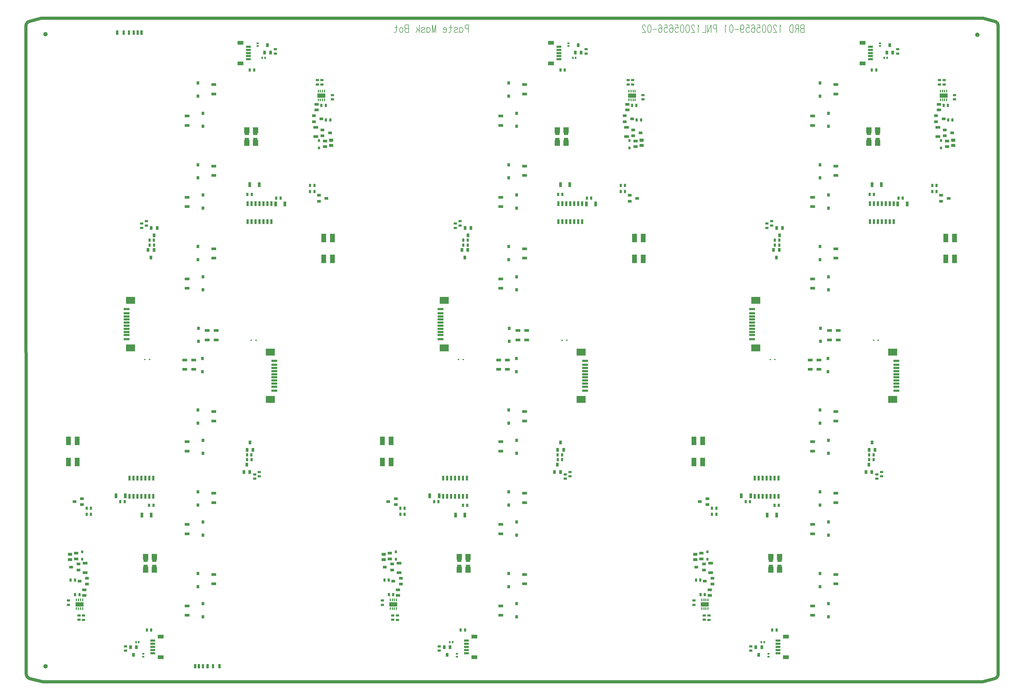
<source format=gbr>
*
G04 Job   : N:\Projects\COMUN\PSA\P07520_P2_Faceplate\C4_Capacitive_short\12005659-03\panel_12005656\12005656.pnl*
G04 User  : ESSECAE006:bolet001*
G04 Layer : 12005656-02-g12.gbr*
G04 Date  : Mon Mar 23 11:52:01 2020*
G04 equiv. Boardstation g12*
G04 Expedition Layer: Solder Paste - Bottom*
%ICAS*%
%MOIN*%
%FSDAX24Y24*%
%OFA0.0000B0.0000*%
G90*
G74*
%AMVB_RECTANGLE*
21,1,$1,$2,0,0,$3*
%
%ADD11C,0.00591*%
%ADD10C,0.03937*%
%ADD28VB_RECTANGLE,0.01969X0.01575X180.00000*%
%ADD22VB_RECTANGLE,0.02362X0.03150X180.00000*%
%ADD19VB_RECTANGLE,0.02362X0.06102X270.00000*%
%ADD15VB_RECTANGLE,0.02756X0.01969X180.00000*%
%ADD14VB_RECTANGLE,0.02756X0.01969X270.00000*%
%ADD25VB_RECTANGLE,0.03150X0.01575X90.00000*%
%ADD12VB_RECTANGLE,0.03150X0.03937X180.00000*%
%ADD18VB_RECTANGLE,0.03937X0.02756X180.00000*%
%ADD16VB_RECTANGLE,0.03937X0.02756X270.00000*%
%ADD21VB_RECTANGLE,0.04724X0.03150X0.00000*%
%ADD17VB_RECTANGLE,0.04724X0.03150X90.00000*%
%ADD20VB_RECTANGLE,0.05118X0.03150X0.00000*%
%ADD13VB_RECTANGLE,0.05906X0.03150X180.00000*%
%ADD27VB_RECTANGLE,0.05906X0.03150X90.00000*%
%ADD23VB_RECTANGLE,0.06299X0.02362X90.00000*%
%ADD70VB_RECTANGLE,0.07087X0.04724X180.00000*%
%ADD24VB_RECTANGLE,0.07087X0.06693X270.00000*%
%ADD29VB_RECTANGLE,0.07480X0.02362X0.00000*%
%ADD26VB_RECTANGLE,0.09843X0.05118X0.00000*%
%ADD71VB_RECTANGLE,0.10630X0.06299X90.00000*%
%ADD72VB_RECTANGLE,0.11024X0.08661X0.00000*%
G01*
G36*
X-110218Y079424D02*
G03X-110179Y079422I000039J000283D01*
X-109893Y079707J000285*
X-109896Y079746I000286*
G01X-110139*
Y079990*
G03X-110179Y079992I000040J000283*
X-110464Y079707J000285*
X-110462Y079668I000285*
G01X-110218*
Y079424*
Y079990D02*
Y079746D01*
X-110462*
G03X-110464Y079707I000283J000039*
X-110179Y079422I000285*
X-110139Y079424J000285*
G01Y079668*
X-109896*
G03X-109893Y079707I000283J000039*
X-110179Y079992I000286*
X-110218Y079990J000285*
G01X-110211Y-000339D02*
G03X-110172Y-000341I000039J000283D01*
X-109886Y-000056J000285*
X-109889Y-000017I000286*
G01X-110132*
Y000227*
G03X-110172Y000229I000040J000283*
X-110457Y-000056J000285*
X-110454Y-000095I000285*
G01X-110211*
Y-000339*
Y000227D02*
Y-000017D01*
X-110454*
G03X-110457Y-000056I000282J000039*
X-110172Y-000341I000285*
X-110132Y-000339J000285*
G01Y-000095*
X-109889*
G03X-109886Y-000056I000283J000039*
X-110172Y000229I000286*
X-110211Y000227J000285*
G01X-101269Y079626D02*
X-100993D01*
Y080177*
X-101269*
Y079626*
X-100442D02*
X-100167D01*
Y080177*
X-100442*
Y079626*
X-099773D02*
X-099497D01*
Y080177*
X-099773*
Y079626*
X-099182D02*
X-098907D01*
Y080177*
X-099182*
Y079626*
X-098671D02*
X-098395D01*
Y080177*
X-098671*
Y079626*
X-098198D02*
X-097923D01*
Y080177*
X-098198*
Y079626*
X-091435Y-000324D02*
X-091160D01*
Y000228*
X-091435*
Y-000324*
X-090963D02*
X-090687D01*
Y000228*
X-090963*
Y-000324*
X-090451D02*
X-090175D01*
Y000228*
X-090451*
Y-000324*
X-089861D02*
X-089585D01*
Y000228*
X-089861*
Y-000324*
X-089191D02*
X-088916D01*
Y000228*
X-089191*
Y-000324*
X-088364D02*
X-088089D01*
Y000228*
X-088364*
Y-000324*
X007331Y079353D02*
G03X007370Y079350I000039J000282D01*
X007656Y079635J000285*
X007653Y079675I000286*
G01X007410*
Y079918*
G03X007370Y079921I000040J000283*
X007085Y079635J000286*
X007088Y079596I000285*
G01X007331*
Y079353*
Y079918D02*
Y079675D01*
X007088*
G03X007085Y079635I000282J000040*
X007370Y079350I000285*
X007410Y079353J000285*
G01Y079596*
X007653*
G03X007656Y079635I000283J000039*
X007370Y079921I000286*
X007331Y079918J000286*
G37*
G54D10*
G01X009563Y-001602D02*
X008151Y-001987D01*
G02X007995Y-002008I000156J000570*
G01X-110504*
G02X-110658Y-001987J000591*
G01X-112161Y-001602*
G02X-112598Y-001032I000154J000570*
G01Y-001031*
X-112638Y080764*
G02X-112197Y081335I000591J000001*
G01X-110697Y081713*
G02X-110546Y081732I000151J000571*
X-110543J000590*
G01X007953*
G02X008102Y081713I000002J000590*
G01X009563Y081339*
G02X010000Y080768I000154J000571*
G01Y-001031*
Y-001032*
G02X009563Y-001602I000591*
G54D11*
G01X-065924Y080891D02*
Y080100D01*
X-065986Y079966*
X-066101Y079921*
X-066206*
X-065767Y080563D02*
X-066153D01*
X-065245D02*
X-065172Y080518D01*
X-065110Y080428*
X-065078Y080294*
Y080190*
X-065110Y080055*
X-065172Y079966*
X-065245Y079921*
X-065350*
X-065412Y079966*
X-065485Y080055*
X-065517Y080190*
Y080294*
X-065485Y080428*
X-065412Y080518*
X-065350Y080563*
X-065245*
X-064389Y080428D02*
X-064671D01*
X-064765Y080384*
X-064796Y080339*
X-064828Y080249*
Y080100*
X-064796Y080011*
X-064765Y079966*
X-064671Y079921*
X-064389*
Y080905*
X-064671*
X-064765Y080846*
X-064796Y080801*
X-064828Y080712*
Y080622*
X-064796Y080533*
X-064765Y080473*
X-064671Y080428*
X-063408Y080563D02*
X-063011Y080100D01*
X-063168Y080294D02*
X-063450Y079921D01*
X-063011Y080891D02*
Y079921D01*
X-062761Y080428D02*
X-062719Y080518D01*
X-062604Y080563*
X-062479*
X-062354Y080518*
X-062322Y080428*
X-062354Y080339*
X-062437Y080294*
X-062636Y080249*
X-062719Y080190*
X-062761Y080100*
Y080055*
X-062719Y079966*
X-062604Y079921*
X-062479*
X-062354Y079966*
X-062322Y080055*
X-062072Y080428D02*
X-061999Y080518D01*
X-061926Y080563*
X-061811*
X-061738Y080518*
X-061665Y080428*
X-061633Y080294*
Y080190*
X-061665Y080055*
X-061738Y079966*
X-061811Y079921*
X-061926*
X-061999Y079966*
X-062072Y080055*
Y080563D02*
Y079921D01*
X-060944D02*
Y080905D01*
X-061164Y079921*
X-061383Y080905*
Y079921*
X-059567Y080294D02*
X-060005D01*
Y080384*
X-059974Y080473*
X-059932Y080518*
X-059859Y080563*
X-059744*
X-059671Y080518*
X-059598Y080428*
X-059567Y080294*
Y080190*
X-059598Y080055*
X-059671Y079966*
X-059744Y079921*
X-059859*
X-059932Y079966*
X-060005Y080055*
X-059034Y080891D02*
Y080100D01*
X-059097Y079966*
X-059212Y079921*
X-059316*
X-058878Y080563D02*
X-059264D01*
X-058627Y080428D02*
X-058585Y080518D01*
X-058470Y080563*
X-058345*
X-058220Y080518*
X-058189Y080428*
X-058220Y080339*
X-058303Y080294*
X-058502Y080249*
X-058585Y080190*
X-058627Y080100*
Y080055*
X-058585Y079966*
X-058470Y079921*
X-058345*
X-058220Y079966*
X-058189Y080055*
X-057938Y080428D02*
X-057865Y080518D01*
X-057792Y080563*
X-057677*
X-057604Y080518*
X-057531Y080428*
X-057500Y080294*
Y080190*
X-057531Y080055*
X-057604Y079966*
X-057677Y079921*
X-057792*
X-057865Y079966*
X-057938Y080055*
Y080563D02*
Y079921D01*
X-056811D02*
Y080905D01*
X-057093*
X-057186Y080846*
X-057218Y080801*
X-057249Y080712*
Y080577*
X-057218Y080473*
X-057186Y080428*
X-057093Y080384*
X-056811*
X-034502Y080667D02*
Y080712D01*
X-034533Y080801*
X-034564Y080846*
X-034627Y080905*
X-034752*
X-034815Y080846*
X-034846Y080801*
X-034878Y080712*
Y080622*
X-034846Y080533*
X-034784Y080384*
X-034471Y079921*
X-034909*
X-033969Y080891D02*
X-033876Y080846D01*
X-033813Y080712*
X-033782Y080473*
Y080339*
X-033813Y080100*
X-033876Y079966*
X-033969Y079921*
X-034032*
X-034126Y079966*
X-034189Y080100*
X-034220Y080339*
Y080473*
X-034189Y080712*
X-034126Y080846*
X-034032Y080891*
X-033969*
X-033093Y080339D02*
X-033531D01*
X-032811Y080756D02*
X-032779Y080846D01*
X-032675Y080891*
X-032602*
X-032498Y080846*
X-032435Y080712*
X-032404Y080473*
Y080249*
X-032435Y080055*
X-032498Y079966*
X-032602Y079921*
X-032633*
X-032738Y079966*
X-032811Y080055*
X-032842Y080190*
Y080249*
X-032811Y080384*
X-032738Y080473*
X-032633Y080518*
X-032602*
X-032498Y080473*
X-032435Y080384*
X-032404Y080249*
X-032090Y080891D02*
X-031777D01*
X-031746Y080473*
X-031777Y080518*
X-031871Y080563*
X-031965*
X-032059Y080518*
X-032122Y080428*
X-032153Y080294*
Y080190*
X-032122Y080055*
X-032059Y079966*
X-031965Y079921*
X-031871*
X-031777Y079966*
X-031746Y080011*
X-031715Y080100*
X-031433Y080756D02*
X-031402Y080846D01*
X-031297Y080891*
X-031224*
X-031120Y080846*
X-031057Y080712*
X-031026Y080473*
Y080249*
X-031057Y080055*
X-031120Y079966*
X-031224Y079921*
X-031255*
X-031360Y079966*
X-031433Y080055*
X-031464Y080190*
Y080249*
X-031433Y080384*
X-031360Y080473*
X-031255Y080518*
X-031224*
X-031120Y080473*
X-031057Y080384*
X-031026Y080249*
X-030713Y080891D02*
X-030399D01*
X-030368Y080473*
X-030399Y080518*
X-030493Y080563*
X-030587*
X-030681Y080518*
X-030744Y080428*
X-030775Y080294*
Y080190*
X-030744Y080055*
X-030681Y079966*
X-030587Y079921*
X-030493*
X-030399Y079966*
X-030368Y080011*
X-030337Y080100*
X-029836Y080891D02*
X-029742Y080846D01*
X-029679Y080712*
X-029648Y080473*
Y080339*
X-029679Y080100*
X-029742Y079966*
X-029836Y079921*
X-029898*
X-029992Y079966*
X-030055Y080100*
X-030086Y080339*
Y080473*
X-030055Y080712*
X-029992Y080846*
X-029898Y080891*
X-029836*
X-029147D02*
X-029053Y080846D01*
X-028990Y080712*
X-028959Y080473*
Y080339*
X-028990Y080100*
X-029053Y079966*
X-029147Y079921*
X-029209*
X-029303Y079966*
X-029366Y080100*
X-029397Y080339*
Y080473*
X-029366Y080712*
X-029303Y080846*
X-029209Y080891*
X-029147*
X-028301Y080667D02*
Y080712D01*
X-028333Y080801*
X-028364Y080846*
X-028426Y080905*
X-028552*
X-028614Y080846*
X-028646Y080801*
X-028677Y080712*
Y080622*
X-028646Y080533*
X-028583Y080384*
X-028270Y079921*
X-028708*
X-027748Y080712D02*
X-027790Y080756D01*
X-027842Y080891*
Y079921*
X-026892Y080905D02*
Y079921D01*
X-027330*
X-026203D02*
Y080905D01*
X-026641Y079921*
Y080905*
X-025514Y079921D02*
Y080905D01*
X-025796*
X-025890Y080846*
X-025921Y080801*
X-025952Y080712*
Y080577*
X-025921Y080473*
X-025890Y080428*
X-025796Y080384*
X-025514*
X-024303Y080712D02*
X-024345Y080756D01*
X-024397Y080891*
Y079921*
X-023635Y080891D02*
X-023541Y080846D01*
X-023478Y080712*
X-023447Y080473*
Y080339*
X-023478Y080100*
X-023541Y079966*
X-023635Y079921*
X-023698*
X-023792Y079966*
X-023854Y080100*
X-023886Y080339*
Y080473*
X-023854Y080712*
X-023792Y080846*
X-023698Y080891*
X-023635*
X-022758Y080339D02*
X-023197D01*
X-022508Y080577D02*
X-022476Y080428D01*
X-022414Y080339*
X-022299Y080294*
X-022268*
X-022163Y080339*
X-022101Y080428*
X-022069Y080577*
Y080622*
X-022101Y080756*
X-022163Y080846*
X-022268Y080891*
X-022299*
X-022414Y080846*
X-022476Y080756*
X-022508Y080577*
Y080339*
X-022476Y080100*
X-022414Y079966*
X-022299Y079921*
X-022236*
X-022132Y079966*
X-022101Y080055*
X-021756Y080891D02*
X-021443D01*
X-021412Y080473*
X-021443Y080518*
X-021537Y080563*
X-021631*
X-021725Y080518*
X-021787Y080428*
X-021819Y080294*
Y080190*
X-021787Y080055*
X-021725Y079966*
X-021631Y079921*
X-021537*
X-021443Y079966*
X-021412Y080011*
X-021380Y080100*
X-021098Y080756D02*
X-021067Y080846D01*
X-020963Y080891*
X-020890*
X-020785Y080846*
X-020723Y080712*
X-020691Y080473*
Y080249*
X-020723Y080055*
X-020785Y079966*
X-020890Y079921*
X-020921*
X-021025Y079966*
X-021098Y080055*
X-021130Y080190*
Y080249*
X-021098Y080384*
X-021025Y080473*
X-020921Y080518*
X-020890*
X-020785Y080473*
X-020723Y080384*
X-020691Y080249*
X-020378Y080891D02*
X-020065D01*
X-020034Y080473*
X-020065Y080518*
X-020159Y080563*
X-020253*
X-020347Y080518*
X-020409Y080428*
X-020441Y080294*
Y080190*
X-020409Y080055*
X-020347Y079966*
X-020253Y079921*
X-020159*
X-020065Y079966*
X-020034Y080011*
X-020002Y080100*
X-019501Y080891D02*
X-019407Y080846D01*
X-019345Y080712*
X-019313Y080473*
Y080339*
X-019345Y080100*
X-019407Y079966*
X-019501Y079921*
X-019564*
X-019658Y079966*
X-019720Y080100*
X-019752Y080339*
Y080473*
X-019720Y080712*
X-019658Y080846*
X-019564Y080891*
X-019501*
X-018812D02*
X-018718Y080846D01*
X-018656Y080712*
X-018624Y080473*
Y080339*
X-018656Y080100*
X-018718Y079966*
X-018812Y079921*
X-018875*
X-018969Y079966*
X-019032Y080100*
X-019063Y080339*
Y080473*
X-019032Y080712*
X-018969Y080846*
X-018875Y080891*
X-018812*
X-017967Y080667D02*
Y080712D01*
X-017998Y080801*
X-018029Y080846*
X-018092Y080905*
X-018217*
X-018280Y080846*
X-018311Y080801*
X-018343Y080712*
Y080622*
X-018311Y080533*
X-018249Y080384*
X-017935Y079921*
X-018374*
X-017414Y080712D02*
X-017455Y080756D01*
X-017507Y080891*
Y079921*
X-015869Y080905D02*
X-016088D01*
X-016182Y080846*
X-016244Y080756*
X-016276Y080667*
X-016307Y080533*
Y080294*
X-016276Y080160*
X-016244Y080055*
X-016182Y079966*
X-016088Y079921*
X-015869*
Y080905*
X-015399Y080428D02*
X-015618Y079921D01*
X-015180D02*
Y080905D01*
X-015461*
X-015555Y080846*
X-015587Y080801*
X-015618Y080712*
Y080622*
X-015587Y080533*
X-015555Y080473*
X-015461Y080428*
X-015180*
X-014491D02*
X-014772D01*
X-014866Y080384*
X-014898Y080339*
X-014929Y080249*
Y080100*
X-014898Y080011*
X-014866Y079966*
X-014772Y079921*
X-014491*
Y080905*
X-014772*
X-014866Y080846*
X-014898Y080801*
X-014929Y080712*
Y080622*
X-014898Y080533*
X-014866Y080473*
X-014772Y080428*
G54D12*
X-090938Y020307D03*
Y030630D03*
Y051260D03*
Y061575D03*
Y071890D03*
Y010000D03*
Y021961D03*
Y032283D03*
Y052913D03*
Y063228D03*
Y073543D03*
Y011653D03*
X-090879Y040945D03*
Y042598D03*
X-090366Y037135D03*
Y038788D03*
X-090307Y068080D03*
Y006190D03*
Y016505D03*
Y026820D03*
Y047450D03*
Y057772D03*
Y069733D03*
Y007843D03*
Y018158D03*
Y028473D03*
Y049103D03*
Y059426D03*
X-051752Y020307D03*
Y030630D03*
Y051260D03*
Y061575D03*
Y071890D03*
Y010000D03*
Y021961D03*
Y032283D03*
Y052913D03*
Y063228D03*
Y073543D03*
Y011653D03*
X-051693Y040945D03*
Y042598D03*
X-050787Y037135D03*
Y038788D03*
X-050728Y068080D03*
Y006190D03*
Y016505D03*
Y026820D03*
Y047450D03*
Y057772D03*
Y069733D03*
Y007843D03*
Y018158D03*
Y028473D03*
Y049103D03*
Y059426D03*
X-012461Y020307D03*
Y030630D03*
Y051260D03*
Y061575D03*
Y071890D03*
Y010000D03*
Y021961D03*
Y032283D03*
Y052913D03*
Y063228D03*
Y073543D03*
Y011653D03*
X-012402Y040945D03*
Y042598D03*
X-011484Y037135D03*
Y038788D03*
X-011425Y068080D03*
Y006190D03*
Y016505D03*
Y026820D03*
Y047450D03*
Y057772D03*
Y069733D03*
Y007843D03*
Y018158D03*
Y028473D03*
Y049103D03*
Y059426D03*
G54D13*
X-105169Y011764D03*
Y012946D03*
X-092598Y037418D03*
Y038599D03*
X-092307Y006387D03*
Y007568D03*
Y016662D03*
Y017843D03*
Y027103D03*
Y028284D03*
Y047646D03*
Y048827D03*
Y057957D03*
Y059139D03*
Y068205D03*
Y069387D03*
X-091480Y037418D03*
Y038599D03*
X-089764Y041134D03*
Y042315D03*
X-088938Y010346D03*
Y011528D03*
Y020594D03*
Y021776D03*
Y030906D03*
Y032087D03*
Y051449D03*
Y052630D03*
Y061890D03*
Y063071D03*
Y072165D03*
Y073346D03*
X-088646Y041134D03*
Y042315D03*
X-076075Y066787D03*
Y067969D03*
X-065591Y011764D03*
Y012946D03*
X-053020Y037418D03*
Y038599D03*
X-052728Y006387D03*
Y007568D03*
Y016662D03*
Y017843D03*
Y027103D03*
Y028284D03*
Y047646D03*
Y048827D03*
Y057957D03*
Y059139D03*
Y068205D03*
Y069387D03*
X-051902Y037418D03*
Y038599D03*
X-050579Y041134D03*
Y042315D03*
X-049752Y010346D03*
Y011528D03*
Y020594D03*
Y021776D03*
Y030906D03*
Y032087D03*
Y051449D03*
Y052630D03*
Y061890D03*
Y063071D03*
Y072165D03*
Y073346D03*
X-049461Y041134D03*
Y042315D03*
X-036890Y066787D03*
Y067969D03*
X-026287Y011764D03*
Y012946D03*
X-013716Y037418D03*
Y038599D03*
X-013425Y006387D03*
Y007568D03*
Y016662D03*
Y017843D03*
Y027103D03*
Y028284D03*
Y047646D03*
Y048827D03*
Y057957D03*
Y059139D03*
Y068205D03*
Y069387D03*
X-012598Y037418D03*
Y038599D03*
X-011287Y041134D03*
Y042315D03*
X-010461Y010346D03*
Y011528D03*
Y020594D03*
Y021776D03*
Y030906D03*
Y032087D03*
Y051449D03*
Y052630D03*
Y061890D03*
Y063071D03*
Y072165D03*
Y073346D03*
X-010169Y041134D03*
Y042315D03*
X002402Y066787D03*
Y067969D03*
G54D14*
X-098760Y002993D03*
X-098405D03*
X-082839Y076740D03*
X-082485D03*
X-059181Y002993D03*
X-058827D03*
X-043654Y076740D03*
X-043300D03*
X-019877Y002993D03*
X-019523D03*
X-004362Y076740D03*
X-004008D03*
G54D15*
X-097843Y001162D03*
Y001516D03*
X-083401Y078217D03*
Y078571D03*
X-058265Y001162D03*
Y001516D03*
X-044216Y078217D03*
Y078571D03*
X-018961Y001162D03*
Y001516D03*
X-004924Y078217D03*
Y078571D03*
G54D16*
X-107000Y010835D03*
X-106449D03*
X-106429Y009005D03*
X-105878D03*
X-104992Y019115D03*
Y019887D03*
X-104441Y019115D03*
Y019887D03*
X-100728Y020717D03*
X-100177D03*
X-097388Y004527D03*
X-097098Y020254D03*
X-097051Y053713D03*
X-097043Y053107D03*
X-096837Y004527D03*
X-096547Y020254D03*
X-096500Y053713D03*
X-096492Y053107D03*
X-084753Y026626D03*
X-084745Y026020D03*
X-084697Y059479D03*
X-084408Y075206D03*
X-084201Y026626D03*
X-084193Y026020D03*
X-084146Y059479D03*
X-083857Y075206D03*
X-081068Y059016D03*
X-080516D03*
X-076804Y059846D03*
Y060618D03*
X-076253Y059846D03*
Y060618D03*
X-075367Y070728D03*
X-074816D03*
X-074796Y068898D03*
X-074245D03*
X-067421Y010835D03*
X-066870D03*
X-066850Y009005D03*
X-066299D03*
X-065413Y019115D03*
Y019887D03*
X-064862Y019115D03*
Y019887D03*
X-061150Y020717D03*
X-060598D03*
X-057809Y004527D03*
X-057520Y020254D03*
X-057472Y053713D03*
X-057465Y053107D03*
X-057258Y004527D03*
X-056969Y020254D03*
X-056921Y053713D03*
X-056913Y053107D03*
X-045567Y026626D03*
X-045559Y026020D03*
X-045512Y059479D03*
X-045223Y075206D03*
X-045016Y026626D03*
X-045008Y026020D03*
X-044961Y059479D03*
X-044671Y075206D03*
X-041882Y059016D03*
X-041331D03*
X-037618Y059846D03*
Y060618D03*
X-037067Y059846D03*
Y060618D03*
X-036181Y070728D03*
X-035630D03*
X-035610Y068898D03*
X-035059D03*
X-028118Y010835D03*
X-027567D03*
X-027547Y009005D03*
X-026996D03*
X-026110Y019115D03*
Y019887D03*
X-025559Y019115D03*
Y019887D03*
X-021846Y020717D03*
X-021295D03*
X-018506Y004527D03*
X-018216Y020254D03*
X-018169Y053713D03*
X-018161Y053107D03*
X-017954Y004527D03*
X-017665Y020254D03*
X-017618Y053713D03*
X-017610Y053107D03*
X-006276Y026626D03*
X-006268Y026020D03*
X-006220Y059479D03*
X-005931Y075206D03*
X-005724Y026626D03*
X-005717Y026020D03*
X-005669Y059479D03*
X-005380Y075206D03*
X-002591Y059016D03*
X-002039D03*
X001673Y059846D03*
Y060618D03*
X002224Y059846D03*
Y060618D03*
X003110Y070728D03*
X003661D03*
X003681Y068898D03*
X004232D03*
G54D17*
X-099457Y002347D03*
X-099083Y001402D03*
X-098709Y002347D03*
X-097236Y052477D03*
X-096862Y051532D03*
X-096839Y055272D03*
X-096488Y052477D03*
X-096465Y054327D03*
X-096091Y055272D03*
X-085154Y024461D03*
X-084780Y025406D03*
X-084756Y027256D03*
X-084406Y024461D03*
X-084382Y028201D03*
X-084008Y027256D03*
X-082536Y077386D03*
X-082162Y078331D03*
X-081788Y077386D03*
X-059878Y002347D03*
X-059504Y001402D03*
X-059130Y002347D03*
X-057657Y052477D03*
X-057283Y051532D03*
X-057260Y055272D03*
X-056909Y052477D03*
X-056886Y054327D03*
X-056512Y055272D03*
X-045969Y024461D03*
X-045595Y025406D03*
X-045571Y027256D03*
X-045221Y024461D03*
X-045197Y028201D03*
X-044823Y027256D03*
X-043351Y077386D03*
X-042977Y078331D03*
X-042603Y077386D03*
X-020574Y002347D03*
X-020200Y001402D03*
X-019826Y002347D03*
X-018354Y052477D03*
X-017980Y051532D03*
X-017956Y055272D03*
X-017606Y052477D03*
X-017582Y054327D03*
X-017208Y055272D03*
X-006677Y024461D03*
X-006303Y025406D03*
X-006280Y027256D03*
X-005929Y024461D03*
X-005906Y028201D03*
X-005531Y027256D03*
X-004059Y077386D03*
X-003685Y078331D03*
X-003311Y077386D03*
G54D18*
X-107264Y007698D03*
Y008249D03*
X-107087Y013459D03*
Y014011D03*
X-105945Y005811D03*
Y006362D03*
X-105366Y005808D03*
Y006359D03*
X-100077Y001915D03*
Y002466D03*
X-098043Y055264D03*
Y055816D03*
X-097453Y055560D03*
Y056111D03*
X-083792Y023622D03*
Y024173D03*
X-083201Y023917D03*
Y024469D03*
X-081168Y077267D03*
Y077818D03*
X-075879Y073374D03*
Y073925D03*
X-075300Y073371D03*
Y073922D03*
X-074158Y065722D03*
Y066274D03*
X-073981Y071484D03*
Y072035D03*
X-067685Y007698D03*
Y008249D03*
X-067508Y013459D03*
Y014011D03*
X-066366Y005811D03*
Y006362D03*
X-065787Y005808D03*
Y006359D03*
X-060498Y001915D03*
Y002466D03*
X-058465Y055264D03*
Y055816D03*
X-057874Y055560D03*
Y056111D03*
X-044607Y023622D03*
Y024173D03*
X-044016Y023917D03*
Y024469D03*
X-041982Y077267D03*
Y077818D03*
X-036693Y073374D03*
Y073925D03*
X-036114Y073371D03*
Y073922D03*
X-034973Y065722D03*
Y066274D03*
X-034796Y071484D03*
Y072035D03*
X-028381Y007698D03*
Y008249D03*
X-028204Y013459D03*
Y014011D03*
X-027063Y005811D03*
Y006362D03*
X-026484Y005808D03*
Y006359D03*
X-021195Y001915D03*
Y002466D03*
X-019161Y055264D03*
Y055816D03*
X-018570Y055560D03*
Y056111D03*
X-005315Y023622D03*
Y024173D03*
X-004724Y023917D03*
Y024469D03*
X-002691Y077267D03*
Y077818D03*
X002598Y073374D03*
Y073925D03*
X003177Y073371D03*
Y073922D03*
X004319Y065722D03*
Y066274D03*
X004496Y071484D03*
Y072035D03*
G54D19*
X-096653Y001608D03*
Y002002D03*
Y002395D03*
Y002789D03*
Y003183D03*
X-084592Y076550D03*
Y076944D03*
Y077338D03*
Y077731D03*
Y078125D03*
X-057074Y001608D03*
Y002002D03*
Y002395D03*
Y002789D03*
Y003183D03*
X-045407Y076550D03*
Y076944D03*
Y077338D03*
Y077731D03*
Y078125D03*
X-017770Y001608D03*
Y002002D03*
Y002395D03*
Y002789D03*
Y003183D03*
X-006115Y076550D03*
Y076944D03*
Y077338D03*
Y077731D03*
Y078125D03*
G54D20*
X-107087Y013381D03*
Y014089D03*
X-106323Y013501D03*
Y014209D03*
X-105276Y008879D03*
Y009587D03*
X-097547Y012576D03*
Y013284D03*
X-096457Y012576D03*
Y013284D03*
X-084788Y066449D03*
Y067157D03*
X-083697Y066449D03*
Y067157D03*
X-075969Y070146D03*
Y070854D03*
X-074922Y065524D03*
Y066232D03*
X-074158Y065644D03*
Y066352D03*
X-067508Y013381D03*
Y014089D03*
X-066744Y013501D03*
Y014209D03*
X-065697Y008879D03*
Y009587D03*
X-057969Y012576D03*
Y013284D03*
X-056878Y012576D03*
Y013284D03*
X-045603Y066449D03*
Y067157D03*
X-044512Y066449D03*
Y067157D03*
X-036784Y070146D03*
Y070854D03*
X-035736Y065524D03*
Y066232D03*
X-034973Y065644D03*
Y066352D03*
X-028204Y013381D03*
Y014089D03*
X-027441Y013501D03*
Y014209D03*
X-026393Y008879D03*
Y009587D03*
X-018665Y012576D03*
Y013284D03*
X-017574Y012576D03*
Y013284D03*
X-006311Y066449D03*
Y067157D03*
X-005220Y066449D03*
Y067157D03*
X002508Y070146D03*
Y070854D03*
X003555Y065524D03*
Y066232D03*
X004319Y065644D03*
Y066352D03*
G54D21*
X-106953Y012469D03*
X-106516Y020725D03*
X-106008Y012095D03*
Y012843D03*
X-105878Y010698D03*
X-105571Y020351D03*
Y021099D03*
X-104933Y010324D03*
Y011072D03*
X-076312Y068661D03*
Y069409D03*
X-075674Y058634D03*
Y059382D03*
X-075367Y069035D03*
X-075237Y066890D03*
Y067638D03*
X-074729Y059008D03*
X-074292Y067264D03*
X-067374Y012469D03*
X-066937Y020725D03*
X-066429Y012095D03*
Y012843D03*
X-066299Y010698D03*
X-065992Y020351D03*
Y021099D03*
X-065354Y010324D03*
Y011072D03*
X-037126Y068661D03*
Y069409D03*
X-036488Y058634D03*
Y059382D03*
X-036181Y069035D03*
X-036051Y066890D03*
Y067638D03*
X-035544Y059008D03*
X-035107Y067264D03*
X-028070Y012469D03*
X-027633Y020725D03*
X-027126Y012095D03*
Y012843D03*
X-026996Y010698D03*
X-026689Y020351D03*
Y021099D03*
X-026051Y010324D03*
Y011072D03*
X002165Y068661D03*
Y069409D03*
X002803Y058634D03*
Y059382D03*
X003110Y069035D03*
X003240Y066890D03*
Y067638D03*
X003748Y059008D03*
X004185Y067264D03*
G54D22*
X-105559Y013447D03*
Y014381D03*
X-075686Y065352D03*
Y066286D03*
X-065980Y013447D03*
Y014381D03*
X-036500Y065352D03*
Y066286D03*
X-026677Y013447D03*
Y014381D03*
X002791Y065352D03*
Y066286D03*
G54D23*
X-099583Y021406D03*
Y023690D03*
X-099083Y021406D03*
Y023690D03*
X-098583Y021406D03*
Y023690D03*
X-098083Y021406D03*
Y023690D03*
X-097583Y021406D03*
Y023690D03*
X-097083Y021406D03*
Y023690D03*
X-096583Y021406D03*
Y023690D03*
X-084662Y056043D03*
Y058327D03*
X-084162Y056043D03*
Y058327D03*
X-083662Y056043D03*
Y058327D03*
X-083162Y056043D03*
Y058327D03*
X-082662Y056043D03*
Y058327D03*
X-082162Y056043D03*
Y058327D03*
X-081662Y056043D03*
Y058327D03*
X-060004Y021406D03*
Y023690D03*
X-059504Y021406D03*
Y023690D03*
X-059004Y021406D03*
Y023690D03*
X-058504Y021406D03*
Y023690D03*
X-058004Y021406D03*
Y023690D03*
X-057504Y021406D03*
Y023690D03*
X-057004Y021406D03*
Y023690D03*
X-045477Y056043D03*
Y058327D03*
X-044977Y056043D03*
Y058327D03*
X-044477Y056043D03*
Y058327D03*
X-043977Y056043D03*
Y058327D03*
X-043477Y056043D03*
Y058327D03*
X-042977Y056043D03*
Y058327D03*
X-042477Y056043D03*
Y058327D03*
X-020700Y021406D03*
Y023690D03*
X-020200Y021406D03*
Y023690D03*
X-019700Y021406D03*
Y023690D03*
X-019200Y021406D03*
Y023690D03*
X-018700Y021406D03*
Y023690D03*
X-018200Y021406D03*
Y023690D03*
X-017700Y021406D03*
Y023690D03*
X-006185Y056043D03*
Y058327D03*
X-005685Y056043D03*
Y058327D03*
X-005185Y056043D03*
Y058327D03*
X-004685Y056043D03*
Y058327D03*
X-004185Y056043D03*
Y058327D03*
X-003685Y056043D03*
Y058327D03*
X-003185Y056043D03*
Y058327D03*
G54D24*
X-097559Y012135D03*
Y013749D03*
X-096457Y012135D03*
Y013749D03*
X-084788Y065984D03*
Y067598D03*
X-083686Y065984D03*
Y067598D03*
X-057980Y012135D03*
Y013749D03*
X-056878Y012135D03*
Y013749D03*
X-045603Y065984D03*
Y067598D03*
X-044500Y065984D03*
Y067598D03*
X-018677Y012135D03*
Y013749D03*
X-017574Y012135D03*
Y013749D03*
X-006311Y065984D03*
Y067598D03*
X-005209Y065984D03*
Y067598D03*
G54D25*
X-106262Y007213D03*
Y008316D03*
X-106006Y007213D03*
Y008316D03*
X-105750Y007213D03*
Y008316D03*
X-105494Y007213D03*
Y008316D03*
X-075751Y071417D03*
Y072520D03*
X-075495Y071417D03*
Y072520D03*
X-075239Y071417D03*
Y072520D03*
X-074983Y071417D03*
Y072520D03*
X-066683Y007213D03*
Y008316D03*
X-066427Y007213D03*
Y008316D03*
X-066171Y007213D03*
Y008316D03*
X-065915Y007213D03*
Y008316D03*
X-036565Y071417D03*
Y072520D03*
X-036309Y071417D03*
Y072520D03*
X-036053Y071417D03*
Y072520D03*
X-035798Y071417D03*
Y072520D03*
X-027380Y007213D03*
Y008316D03*
X-027124Y007213D03*
Y008316D03*
X-026868Y007213D03*
Y008316D03*
X-026612Y007213D03*
Y008316D03*
X002726Y071417D03*
Y072520D03*
X002982Y071417D03*
Y072520D03*
X003238Y071417D03*
Y072520D03*
X003494Y071417D03*
Y072520D03*
G54D26*
X-105878Y007764D03*
X-075367Y071969D03*
X-066299Y007764D03*
X-036181Y071969D03*
X-026996Y007764D03*
X003110Y071969D03*
G54D27*
X-101283Y021457D03*
X-100102D03*
X-098024Y019009D03*
X-096842D03*
X-084402Y060724D03*
X-083221D03*
X-081142Y058276D03*
X-079961D03*
X-061705Y021457D03*
X-060524D03*
X-058445Y019009D03*
X-057264D03*
X-045217Y060724D03*
X-044036D03*
X-041957Y058276D03*
X-040776D03*
X-022401Y021457D03*
X-021220D03*
X-019141Y019009D03*
X-017960D03*
X-005925Y060724D03*
X-004744D03*
X-002665Y058276D03*
X-001484D03*
G54D28*
X-097640Y038644D03*
X-097049D03*
X-084196Y041089D03*
X-083605D03*
X-058061Y038644D03*
X-057470D03*
X-045010Y041089D03*
X-044420D03*
X-018757Y038644D03*
X-018167D03*
X-005719Y041089D03*
X-005128D03*
G54D29*
X-099936Y041233D03*
Y041745D03*
Y042139D03*
Y042532D03*
Y042926D03*
Y043320D03*
Y043713D03*
Y044107D03*
Y044501D03*
Y045013D03*
X-081308Y034720D03*
Y035232D03*
Y035626D03*
Y036020D03*
Y036413D03*
Y036807D03*
Y037201D03*
Y037594D03*
Y037988D03*
Y038500D03*
X-060357Y041233D03*
Y041745D03*
Y042139D03*
Y042532D03*
Y042926D03*
Y043320D03*
Y043713D03*
Y044107D03*
Y044501D03*
Y045013D03*
X-042123Y034720D03*
Y035232D03*
Y035626D03*
Y036020D03*
Y036413D03*
Y036807D03*
Y037201D03*
Y037594D03*
Y037988D03*
Y038500D03*
X-021054Y041233D03*
Y041745D03*
Y042139D03*
Y042532D03*
Y042926D03*
Y043320D03*
Y043713D03*
Y044107D03*
Y044501D03*
Y045013D03*
X-002831Y034720D03*
Y035232D03*
Y035626D03*
Y036020D03*
Y036413D03*
Y036807D03*
Y037201D03*
Y037594D03*
Y037988D03*
Y038500D03*
G54D70*
X-095658Y001096D03*
Y003695D03*
X-085586Y076038D03*
Y078637D03*
X-056080Y001096D03*
Y003695D03*
X-046401Y076038D03*
Y078637D03*
X-016776Y001096D03*
Y003695D03*
X-007109Y076038D03*
Y078637D03*
G54D71*
X-107269Y025729D03*
Y028390D03*
X-106166Y025729D03*
Y028390D03*
X-075078Y051343D03*
Y054004D03*
X-073976Y051343D03*
Y054004D03*
X-067690Y025729D03*
Y028390D03*
X-066588Y025729D03*
Y028390D03*
X-035893Y051343D03*
Y054004D03*
X-034791Y051343D03*
Y054004D03*
X-028386Y025729D03*
Y028390D03*
X-027284Y025729D03*
Y028390D03*
X003399Y051343D03*
Y054004D03*
X004501Y051343D03*
Y054004D03*
G54D72*
X-099444Y040131D03*
Y046115D03*
X-081801Y033618D03*
Y039602D03*
X-059865Y040131D03*
Y046115D03*
X-042615Y033618D03*
Y039602D03*
X-020562Y040131D03*
Y046115D03*
X-003324Y033618D03*
Y039602D03*
M02*

</source>
